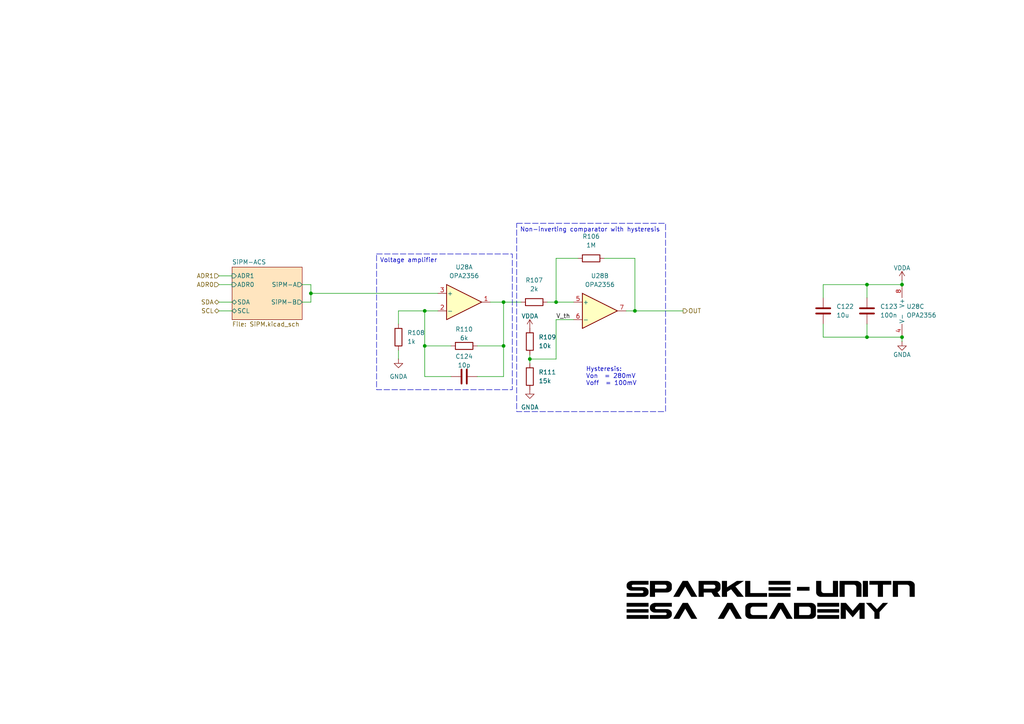
<source format=kicad_sch>
(kicad_sch (version 20231120) (generator "eeschema") (generator_version "8.0")
  (paper "A4")
  (title_block (title "ACS signal conditioning") (date "2024-10-17") (rev "1.0"))
  (lib_symbols
    (symbol "Amplifier_Operational:OPA2356xxD" (pin_names (offset 0.127))
      (property "Reference" "U" (at 0 5.08 0))
      (property "Value" "OPA2356xxD" (at 0 -5.08 0))
      (symbol "OPA2356xxD_1_1"
        (polyline (pts (xy -5.08 5.08) (xy 5.08 0) (xy -5.08 -5.08) (xy -5.08 5.08)) (stroke (width 0.254)) (fill (type background)))
        (pin output line (at 7.62 0 180) (length 2.54) (name "~") (number "1"))
        (pin input line (at -7.62 -2.54 0) (length 2.54) (name "-") (number "2"))
        (pin input line (at -7.62 2.54 0) (length 2.54) (name "+") (number "3"))
      )
      (symbol "OPA2356xxD_2_1"
        (polyline (pts (xy -5.08 5.08) (xy 5.08 0) (xy -5.08 -5.08) (xy -5.08 5.08)) (stroke (width 0.254)) (fill (type background)))
        (pin input line (at -7.62 2.54 0) (length 2.54) (name "+") (number "5"))
        (pin input line (at -7.62 -2.54 0) (length 2.54) (name "-") (number "6"))
        (pin output line (at 7.62 0 180) (length 2.54) (name "~") (number "7"))
      )
      (symbol "OPA2356xxD_3_1"
        (pin power_in line (at -2.54 -7.62 90) (length 3.81) (name "V-") (number "4"))
        (pin power_in line (at -2.54 7.62 270) (length 3.81) (name "V+") (number "8"))
      )
    )
    (symbol "Device:C" (pin_numbers hide) (pin_names (offset 0.254))
      (property "Reference" "C" (at 0.635 2.54 0))
      (property "Value" "C" (at 0.635 -2.54 0))
      (symbol "C_0_1"
        (polyline (pts (xy -2.032 -0.762) (xy 2.032 -0.762)) (stroke (width 0.508)))
        (polyline (pts (xy -2.032 0.762) (xy 2.032 0.762)) (stroke (width 0.508)))
      )
      (symbol "C_1_1"
        (pin passive line (at 0 3.81 270) (length 2.794) (name "~") (number "1"))
        (pin passive line (at 0 -3.81 90) (length 2.794) (name "~") (number "2"))
      )
    )
    (symbol "Device:R" (pin_numbers hide) (pin_names (offset 0))
      (property "Reference" "R" (at 2.032 0 90))
      (property "Value" "R" (at 0 0 90))
      (symbol "R_0_1"
        (rectangle (start -1.016 -2.54) (end 1.016 2.54) (stroke (width 0.254)))
      )
      (symbol "R_1_1"
        (pin passive line (at 0 3.81 270) (length 1.27) (name "~") (number "1"))
        (pin passive line (at 0 -3.81 90) (length 1.27) (name "~") (number "2"))
      )
    )
    (symbol "power:GNDA" (power) (pin_numbers hide) (pin_names (offset 0) hide)
      (property "Value" "GNDA" (at 0 -3.81 0))
      (symbol "GNDA_0_1"
        (polyline (pts (xy 0 0) (xy 0 -1.27) (xy 1.27 -1.27) (xy 0 -2.54) (xy -1.27 -1.27) (xy 0 -1.27)))
      )
      (symbol "GNDA_1_1"
        (pin power_in line (at 0 0 270) (length 0) (name "~") (number "1"))
      )
    )
    (symbol "power:VDDA" (power) (pin_numbers hide) (pin_names (offset 0) hide)
      (property "Value" "VDDA" (at 0 3.556 0))
      (symbol "VDDA_0_1"
        (polyline (pts (xy -0.762 1.27) (xy 0 2.54)))
        (polyline (pts (xy 0 0) (xy 0 2.54)))
        (polyline (pts (xy 0 2.54) (xy 0.762 1.27)))
      )
      (symbol "VDDA_1_1"
        (pin power_in line (at 0 0 90) (length 0) (name "~") (number "1"))
      )
    )
  )
  (junction (at 146.05 87.63))
  (junction (at 184.15 90.17))
  (junction (at 90.17 85.09))
  (junction (at 261.62 97.79))
  (junction (at 153.67 104.14))
  (junction (at 251.46 97.79))
  (junction (at 261.62 82.55))
  (junction (at 161.29 87.63))
  (junction (at 146.05 100.33))
  (junction (at 251.46 82.55))
  (junction (at 123.19 100.33))
  (junction (at 123.19 90.17))
  (wire (pts (xy 251.46 93.98) (xy 251.46 97.79)))
  (wire (pts (xy 90.17 82.55) (xy 90.17 85.09)))
  (wire (pts (xy 138.43 109.22) (xy 146.05 109.22)))
  (wire (pts (xy 123.19 109.22) (xy 130.81 109.22)))
  (wire (pts (xy 123.19 90.17) (xy 123.19 100.33)))
  (wire (pts (xy 146.05 87.63) (xy 142.24 87.63)))
  (wire (pts (xy 115.57 90.17) (xy 123.19 90.17)))
  (wire (pts (xy 238.76 97.79) (xy 251.46 97.79)))
  (wire (pts (xy 123.19 100.33) (xy 123.19 109.22)))
  (wire (pts (xy 153.67 102.87) (xy 153.67 104.14)))
  (wire (pts (xy 138.43 100.33) (xy 146.05 100.33)))
  (wire (pts (xy 90.17 85.09) (xy 127 85.09)))
  (wire (pts (xy 161.29 92.71) (xy 161.29 104.14)))
  (wire (pts (xy 123.19 90.17) (xy 127 90.17)))
  (wire (pts (xy 167.64 74.93) (xy 161.29 74.93)))
  (wire (pts (xy 261.62 81.28) (xy 261.62 82.55)))
  (wire (pts (xy 251.46 97.79) (xy 261.62 97.79)))
  (wire (pts (xy 238.76 86.36) (xy 238.76 82.55)))
  (wire (pts (xy 63.5 90.17) (xy 67.31 90.17)))
  (wire (pts (xy 115.57 104.14) (xy 115.57 101.6)))
  (wire (pts (xy 261.62 99.06) (xy 261.62 97.79)))
  (wire (pts (xy 161.29 92.71) (xy 166.37 92.71)))
  (wire (pts (xy 184.15 90.17) (xy 181.61 90.17)))
  (wire (pts (xy 146.05 87.63) (xy 151.13 87.63)))
  (wire (pts (xy 184.15 90.17) (xy 198.12 90.17)))
  (wire (pts (xy 123.19 100.33) (xy 130.81 100.33)))
  (wire (pts (xy 238.76 82.55) (xy 251.46 82.55)))
  (wire (pts (xy 161.29 74.93) (xy 161.29 87.63)))
  (wire (pts (xy 153.67 105.41) (xy 153.67 104.14)))
  (wire (pts (xy 146.05 100.33) (xy 146.05 87.63)))
  (wire (pts (xy 90.17 82.55) (xy 87.63 82.55)))
  (wire (pts (xy 63.5 80.01) (xy 67.31 80.01)))
  (wire (pts (xy 161.29 104.14) (xy 153.67 104.14)))
  (wire (pts (xy 251.46 82.55) (xy 261.62 82.55)))
  (wire (pts (xy 87.63 87.63) (xy 90.17 87.63)))
  (wire (pts (xy 63.5 82.55) (xy 67.31 82.55)))
  (wire (pts (xy 184.15 74.93) (xy 184.15 90.17)))
  (wire (pts (xy 63.5 87.63) (xy 67.31 87.63)))
  (wire (pts (xy 238.76 93.98) (xy 238.76 97.79)))
  (wire (pts (xy 115.57 90.17) (xy 115.57 93.98)))
  (wire (pts (xy 251.46 86.36) (xy 251.46 82.55)))
  (wire (pts (xy 175.26 74.93) (xy 184.15 74.93)))
  (wire (pts (xy 158.75 87.63) (xy 161.29 87.63)))
  (wire (pts (xy 146.05 109.22) (xy 146.05 100.33)))
  (wire (pts (xy 161.29 87.63) (xy 166.37 87.63)))
  (wire (pts (xy 90.17 85.09) (xy 90.17 87.63)))
  (image (at 223.52 173.99) (scale 0.489235))
  (text_box "Non-inverting comparator with hysteresis" (at 149.86 64.77 0) (size 43.18 54.61) (stroke (width 0) (type dash)) (effects (font (size 1.27 1.27)) (justify left top)))
  (text_box "Voltage amplifier\n" (at 109.22 73.66 0) (size 39.37 39.37) (stroke (width 0) (type dash)) (effects (font (size 1.27 1.27)) (justify left top)))
  (text "Hysteresis:\nVon  = 280mV\nVoff  = 100mV" (at 169.926 109.22 0) (effects (font (size 1.27 1.27)) (justify left)))
  (label "V_th" (at 161.29 92.71 0))
  (hierarchical_label "OUT" (shape output) (at 198.12 90.17 0))
  (hierarchical_label "ADR1" (shape input) (at 63.5 80.01 180))
  (hierarchical_label "ADR0" (shape input) (at 63.5 82.55 180))
  (hierarchical_label "SCL" (shape bidirectional) (at 63.5 90.17 180))
  (hierarchical_label "SDA" (shape bidirectional) (at 63.5 87.63 180))
  (symbol (lib_id "Device:R") (at 134.62 100.33 90) (unit 1)
    (property "Reference" "R110" (at 134.62 95.504 90))
    (property "Value" "6k" (at 134.62 98.044 90))
    (property "Footprint" "Resistor_SMD:R_0603_1608Metric_Pad0.98x0.95mm_HandSolder" (effects (hide yes)))
    (property "Description" "Resistor" (effects (hide yes)))
    (instances (project "ELS-overall_schematic" (path "" (reference "R110") (unit 1)) (path "" (reference "R119") (unit 1)) (path "" (reference "R128") (unit 1)) (path "" (reference "R137") (unit 1)) (path "" (reference "R146") (unit 1)) (path "" (reference "R155") (unit 1))))
  )
  (symbol (lib_id "Device:C") (at 238.76 90.17 0) (unit 1)
    (property "Reference" "C122" (at 242.57 88.8999 0) (effects (justify left)))
    (property "Value" "10u" (at 242.57 91.4399 0) (effects (justify left)))
    (property "Description" "Unpolarized capacitor" (effects (hide yes)))
    (instances (project "ELS-overall_schematic" (path "" (reference "C122") (unit 1)) (path "" (reference "C130") (unit 1)) (path "" (reference "C138") (unit 1)) (path "" (reference "C146") (unit 1)) (path "" (reference "C154") (unit 1)) (path "" (reference "C162") (unit 1))))
  )
  (symbol (lib_id "Device:R") (at 115.57 97.79 180) (unit 1)
    (property "Reference" "R108" (at 118.11 96.5199 0) (effects (justify right)))
    (property "Value" "1k" (at 118.11 99.0599 0) (effects (justify right)))
    (property "Footprint" "Resistor_SMD:R_0603_1608Metric_Pad0.98x0.95mm_HandSolder" (effects (hide yes)))
    (property "Description" "Resistor" (effects (hide yes)))
    (instances (project "ELS-overall_schematic" (path "" (reference "R108") (unit 1)) (path "" (reference "R117") (unit 1)) (path "" (reference "R126") (unit 1)) (path "" (reference "R135") (unit 1)) (path "" (reference "R144") (unit 1)) (path "" (reference "R153") (unit 1))))
  )
  (symbol (lib_id "Amplifier_Operational:OPA2356xxD") (at 264.16 90.17 0) (unit 3)
    (property "Reference" "U28" (at 262.89 88.8999 0) (effects (justify left)))
    (property "Value" "OPA2356" (at 262.89 91.4399 0) (effects (justify left)))
    (property "Footprint" "Package_CSP:LFCSP-8_2x2mm_P0.5mm" (effects (hide yes)))
    (property "Datasheet" "http://www.ti.com/lit/ds/symlink/opa2356.pdf" (effects (hide yes)))
    (property "Description" "Dual High Speed CMOS Operational Amplifiers, SOIC-8" (effects (hide yes)))
    (instances (project "ELS-overall_schematic" (path "" (reference "U28") (unit 3)) (path "" (reference "U30") (unit 3)) (path "" (reference "U32") (unit 3)) (path "" (reference "U34") (unit 3)) (path "" (reference "U36") (unit 3)) (path "" (reference "U38") (unit 3))))
  )
  (symbol (lib_id "Device:R") (at 171.45 74.93 90) (unit 1)
    (property "Reference" "R106" (at 171.45 68.58 90))
    (property "Value" "1M" (at 171.45 71.12 90))
    (property "Description" "Resistor" (effects (hide yes)))
    (instances (project "ELS-overall_schematic" (path "" (reference "R106") (unit 1)) (path "" (reference "R115") (unit 1)) (path "" (reference "R124") (unit 1)) (path "" (reference "R133") (unit 1)) (path "" (reference "R142") (unit 1)) (path "" (reference "R151") (unit 1))))
  )
  (symbol (lib_id "Amplifier_Operational:OPA2356xxD") (at 173.99 90.17 0) (unit 2)
    (property "Reference" "U28" (at 173.99 80.01 0))
    (property "Value" "OPA2356" (at 173.99 82.55 0))
    (property "Footprint" "Package_CSP:LFCSP-8_2x2mm_P0.5mm" (effects (hide yes)))
    (property "Datasheet" "http://www.ti.com/lit/ds/symlink/opa2356.pdf" (effects (hide yes)))
    (property "Description" "Dual High Speed CMOS Operational Amplifiers, SOIC-8" (effects (hide yes)))
    (instances (project "ELS-overall_schematic" (path "" (reference "U28") (unit 2)) (path "" (reference "U30") (unit 2)) (path "" (reference "U32") (unit 2)) (path "" (reference "U34") (unit 2)) (path "" (reference "U36") (unit 2)) (path "" (reference "U38") (unit 2))))
  )
  (symbol (lib_id "power:VDDA") (at 153.67 95.25 0) (unit 1)
    (property "Reference" "#PWR0268" (effects (hide yes)))
    (property "Value" "VDDA" (at 153.67 91.694 0))
    (property "Description" "Power symbol creates a global label with name \"VDDA\"" (effects (hide yes)))
    (instances (project "ELS-overall_schematic" (path "" (reference "#PWR0268") (unit 1)) (path "" (reference "#PWR0286") (unit 1)) (path "" (reference "#PWR0304") (unit 1)) (path "" (reference "#PWR0322") (unit 1)) (path "" (reference "#PWR0340") (unit 1)) (path "" (reference "#PWR0358") (unit 1))))
  )
  (symbol (lib_id "Device:C") (at 251.46 90.17 0) (unit 1)
    (property "Reference" "C123" (at 255.27 88.8999 0) (effects (justify left)))
    (property "Value" "100n" (at 255.27 91.4399 0) (effects (justify left)))
    (property "Description" "Unpolarized capacitor" (effects (hide yes)))
    (instances (project "ELS-overall_schematic" (path "" (reference "C123") (unit 1)) (path "" (reference "C131") (unit 1)) (path "" (reference "C139") (unit 1)) (path "" (reference "C147") (unit 1)) (path "" (reference "C155") (unit 1)) (path "" (reference "C163") (unit 1))))
  )
  (symbol (lib_id "power:GNDA") (at 115.57 104.14 0) (unit 1)
    (property "Reference" "#PWR0270" (effects (hide yes)))
    (property "Value" "GNDA" (at 115.57 109.22 0))
    (property "Description" "Power symbol creates a global label with name \"GNDA\" , analog ground" (effects (hide yes)))
    (instances (project "ELS-overall_schematic" (path "" (reference "#PWR0270") (unit 1)) (path "" (reference "#PWR0288") (unit 1)) (path "" (reference "#PWR0306") (unit 1)) (path "" (reference "#PWR0324") (unit 1)) (path "" (reference "#PWR0342") (unit 1)) (path "" (reference "#PWR0360") (unit 1))))
  )
  (symbol (lib_id "Device:C") (at 134.62 109.22 90) (unit 1)
    (property "Reference" "C124" (at 134.62 103.378 90))
    (property "Value" "10p" (at 134.62 105.918 90))
    (property "Footprint" "Capacitor_SMD:C_0603_1608Metric_Pad1.08x0.95mm_HandSolder" (effects (hide yes)))
    (property "Description" "Unpolarized capacitor" (effects (hide yes)))
    (instances (project "ELS-overall_schematic" (path "" (reference "C124") (unit 1)) (path "" (reference "C132") (unit 1)) (path "" (reference "C140") (unit 1)) (path "" (reference "C148") (unit 1)) (path "" (reference "C156") (unit 1)) (path "" (reference "C164") (unit 1))))
  )
  (symbol (lib_id "Device:R") (at 154.94 87.63 90) (unit 1)
    (property "Reference" "R107" (at 154.94 81.28 90))
    (property "Value" "2k" (at 154.94 83.82 90))
    (property "Description" "Resistor" (effects (hide yes)))
    (instances (project "ELS-overall_schematic" (path "" (reference "R107") (unit 1)) (path "" (reference "R116") (unit 1)) (path "" (reference "R125") (unit 1)) (path "" (reference "R134") (unit 1)) (path "" (reference "R143") (unit 1)) (path "" (reference "R152") (unit 1))))
  )
  (symbol (lib_id "power:GNDA") (at 153.67 113.03 0) (unit 1)
    (property "Reference" "#PWR0271" (effects (hide yes)))
    (property "Value" "GNDA" (at 153.67 118.11 0))
    (property "Description" "Power symbol creates a global label with name \"GNDA\" , analog ground" (effects (hide yes)))
    (instances (project "ELS-overall_schematic" (path "" (reference "#PWR0271") (unit 1)) (path "" (reference "#PWR0289") (unit 1)) (path "" (reference "#PWR0307") (unit 1)) (path "" (reference "#PWR0325") (unit 1)) (path "" (reference "#PWR0343") (unit 1)) (path "" (reference "#PWR0361") (unit 1))))
  )
  (symbol (lib_id "Device:R") (at 153.67 109.22 0) (unit 1)
    (property "Reference" "R111" (at 156.21 107.9499 0) (effects (justify left)))
    (property "Value" "15k" (at 156.21 110.4899 0) (effects (justify left)))
    (property "Description" "Resistor" (effects (hide yes)))
    (instances (project "ELS-overall_schematic" (path "" (reference "R111") (unit 1)) (path "" (reference "R120") (unit 1)) (path "" (reference "R129") (unit 1)) (path "" (reference "R138") (unit 1)) (path "" (reference "R147") (unit 1)) (path "" (reference "R156") (unit 1))))
  )
  (symbol (lib_id "Amplifier_Operational:OPA2356xxD") (at 134.62 87.63 0) (unit 1)
    (property "Reference" "U28" (at 134.62 77.47 0))
    (property "Value" "OPA2356" (at 134.62 80.01 0))
    (property "Footprint" "Package_CSP:LFCSP-8_2x2mm_P0.5mm" (effects (hide yes)))
    (property "Datasheet" "http://www.ti.com/lit/ds/symlink/opa2356.pdf" (effects (hide yes)))
    (property "Description" "Dual High Speed CMOS Operational Amplifiers, SOIC-8" (effects (hide yes)))
    (instances (project "ELS-overall_schematic" (path "" (reference "U28") (unit 1)) (path "" (reference "U30") (unit 1)) (path "" (reference "U32") (unit 1)) (path "" (reference "U34") (unit 1)) (path "" (reference "U36") (unit 1)) (path "" (reference "U38") (unit 1))))
  )
  (symbol (lib_id "power:GNDA") (at 261.62 99.06 0) (unit 1)
    (property "Reference" "#PWR0269" (effects (hide yes)))
    (property "Value" "GNDA" (at 261.62 102.87 0))
    (property "Description" "Power symbol creates a global label with name \"GNDA\" , analog ground" (effects (hide yes)))
    (instances (project "ELS-overall_schematic" (path "" (reference "#PWR0269") (unit 1)) (path "" (reference "#PWR0287") (unit 1)) (path "" (reference "#PWR0305") (unit 1)) (path "" (reference "#PWR0323") (unit 1)) (path "" (reference "#PWR0341") (unit 1)) (path "" (reference "#PWR0359") (unit 1))))
  )
  (symbol (lib_id "power:VDDA") (at 261.62 81.28 0) (unit 1)
    (property "Reference" "#PWR0267" (effects (hide yes)))
    (property "Value" "VDDA" (at 261.62 77.724 0))
    (property "Description" "Power symbol creates a global label with name \"VDDA\"" (effects (hide yes)))
    (instances (project "ELS-overall_schematic" (path "" (reference "#PWR0267") (unit 1)) (path "" (reference "#PWR0285") (unit 1)) (path "" (reference "#PWR0303") (unit 1)) (path "" (reference "#PWR0321") (unit 1)) (path "" (reference "#PWR0339") (unit 1)) (path "" (reference "#PWR0357") (unit 1))))
  )
  (symbol (lib_id "Device:R") (at 153.67 99.06 0) (unit 1)
    (property "Reference" "R109" (at 156.21 97.7899 0) (effects (justify left)))
    (property "Value" "10k" (at 156.21 100.3299 0) (effects (justify left)))
    (property "Description" "Resistor" (effects (hide yes)))
    (instances (project "ELS-overall_schematic" (path "" (reference "R109") (unit 1)) (path "" (reference "R118") (unit 1)) (path "" (reference "R127") (unit 1)) (path "" (reference "R136") (unit 1)) (path "" (reference "R145") (unit 1)) (path "" (reference "R154") (unit 1))))
  )
  (sheet (at 67.31 77.47) (size 20.32 15.24) (stroke (width 0.1524)) (fill (color 255 229 191 1.0000))
    (property "Sheetname" "SiPM-ACS" (at 67.31 76.7584 0) (effects (justify left bottom)))
    (property "Sheetfile" "SiPM.kicad_sch" (at 67.31 93.2946 0) (effects (justify left top)))
    (pin "SCL" bidirectional (at 67.31 90.17 180))
    (pin "SDA" bidirectional (at 67.31 87.63 180))
    (pin "ADR1" input (at 67.31 80.01 180))
    (pin "ADR0" input (at 67.31 82.55 180))
    (pin "SiPM-B" output (at 87.63 87.63 0))
    (pin "SiPM-A" output (at 87.63 82.55 0))
  )
)
</source>
